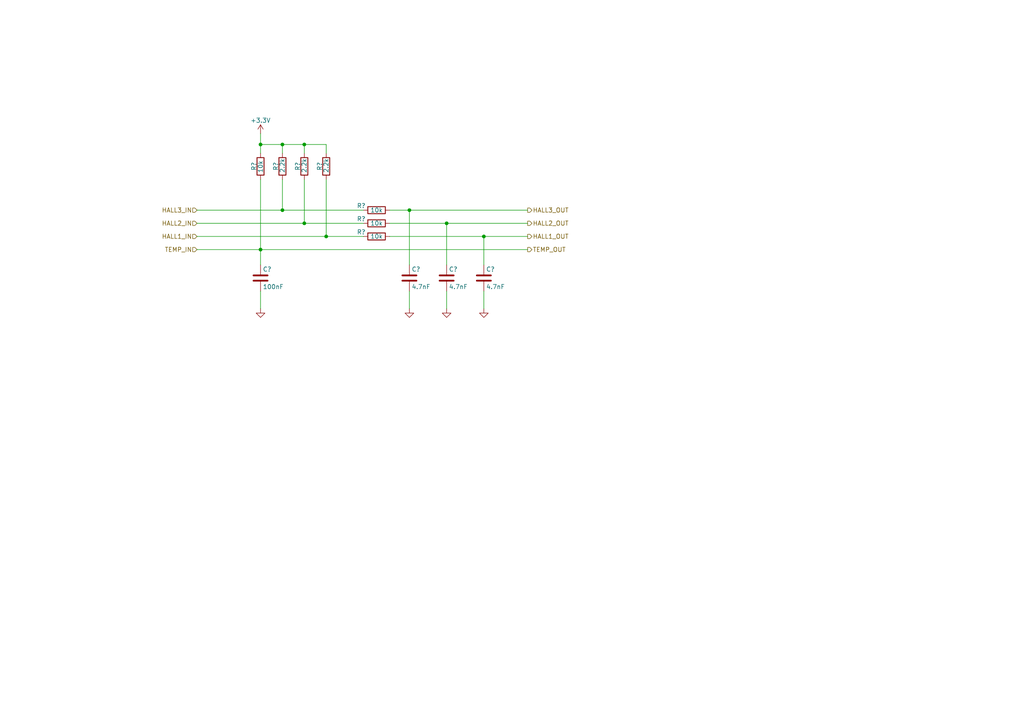
<source format=kicad_sch>
(kicad_sch (version 20211123) (generator eeschema)
  (paper "A4")
  (title_block (title "BLDC motor controller") (date "2022-12-11") (rev "1.0.0"))
  (lib_symbols
    (symbol "Device:C" (pin_numbers hide) (pin_names (offset 0.254))
      (property "Reference" "C" (at 0.635 2.54 0))
      (property "Value" "C" (at 0.635 -2.54 0))
      (symbol "C_0_1"
        (polyline (pts (xy -2.032 -0.762) (xy 2.032 -0.762)) (stroke (width 0.508)))
        (polyline (pts (xy -2.032 0.762) (xy 2.032 0.762)) (stroke (width 0.508)))
      )
      (symbol "C_1_1"
        (pin passive line (at 0 3.81 270) (length 2.794) (name "~") (number "1"))
        (pin passive line (at 0 -3.81 90) (length 2.794) (name "~") (number "2"))
      )
    )
    (symbol "Device:R" (pin_numbers hide) (pin_names (offset 0))
      (property "Reference" "R" (at 2.032 0 90))
      (property "Value" "R" (at 0 0 90))
      (symbol "R_0_1"
        (rectangle (start -1.016 -2.54) (end 1.016 2.54) (stroke (width 0.254)))
      )
      (symbol "R_1_1"
        (pin passive line (at 0 3.81 270) (length 1.27) (name "~") (number "1"))
        (pin passive line (at 0 -3.81 90) (length 1.27) (name "~") (number "2"))
      )
    )
    (symbol "power:+3.3V" (power) (pin_names (offset 0))
      (property "Value" "+3.3V" (at 0 3.556 0))
      (symbol "+3.3V_0_1"
        (polyline (pts (xy -0.762 1.27) (xy 0 2.54)))
        (polyline (pts (xy 0 0) (xy 0 2.54)))
        (polyline (pts (xy 0 2.54) (xy 0.762 1.27)))
      )
      (symbol "+3.3V_1_1"
        (pin power_in line (at 0 0 90) (length 0) hide (name "+3.3V") (number "1"))
      )
    )
    (symbol "power:GND" (power) (pin_names (offset 0))
      (property "Value" "GND" (at 0 -3.81 0))
      (symbol "GND_0_1"
        (polyline (pts (xy 0 0) (xy 0 -1.27) (xy 1.27 -1.27) (xy 0 -2.54) (xy -1.27 -1.27) (xy 0 -1.27)))
      )
      (symbol "GND_1_1"
        (pin power_in line (at 0 0 270) (length 0) hide (name "GND") (number "1"))
      )
    )
  )
  (junction (at 81.915 41.91))
  (junction (at 75.565 72.39))
  (junction (at 88.265 64.77))
  (junction (at 94.615 68.58))
  (junction (at 140.335 68.58))
  (junction (at 75.565 41.91))
  (junction (at 118.745 60.96))
  (junction (at 129.54 64.77))
  (junction (at 81.915 60.96))
  (junction (at 88.265 41.91))
  (wire (pts (xy 118.745 84.455) (xy 118.745 89.535)))
  (wire (pts (xy 75.565 41.91) (xy 75.565 44.45)))
  (wire (pts (xy 129.54 64.77) (xy 153.035 64.77)))
  (wire (pts (xy 57.15 72.39) (xy 75.565 72.39)))
  (wire (pts (xy 81.915 60.96) (xy 105.41 60.96)))
  (wire (pts (xy 129.54 84.455) (xy 129.54 89.535)))
  (wire (pts (xy 75.565 72.39) (xy 153.035 72.39)))
  (wire (pts (xy 113.03 64.77) (xy 129.54 64.77)))
  (wire (pts (xy 88.265 64.77) (xy 105.41 64.77)))
  (wire (pts (xy 140.335 68.58) (xy 140.335 76.835)))
  (wire (pts (xy 129.54 64.77) (xy 129.54 76.835)))
  (wire (pts (xy 81.915 41.91) (xy 75.565 41.91)))
  (wire (pts (xy 75.565 72.39) (xy 75.565 76.835)))
  (wire (pts (xy 81.915 60.96) (xy 81.915 52.07)))
  (wire (pts (xy 113.03 60.96) (xy 118.745 60.96)))
  (wire (pts (xy 140.335 68.58) (xy 153.035 68.58)))
  (wire (pts (xy 75.565 84.455) (xy 75.565 89.535)))
  (wire (pts (xy 94.615 68.58) (xy 105.41 68.58)))
  (wire (pts (xy 140.335 84.455) (xy 140.335 89.535)))
  (wire (pts (xy 88.265 64.77) (xy 88.265 52.07)))
  (wire (pts (xy 81.915 44.45) (xy 81.915 41.91)))
  (wire (pts (xy 94.615 41.91) (xy 88.265 41.91)))
  (wire (pts (xy 57.15 60.96) (xy 81.915 60.96)))
  (wire (pts (xy 94.615 44.45) (xy 94.615 41.91)))
  (wire (pts (xy 113.03 68.58) (xy 140.335 68.58)))
  (wire (pts (xy 57.15 68.58) (xy 94.615 68.58)))
  (wire (pts (xy 88.265 41.91) (xy 81.915 41.91)))
  (wire (pts (xy 75.565 72.39) (xy 75.565 52.07)))
  (wire (pts (xy 57.15 64.77) (xy 88.265 64.77)))
  (wire (pts (xy 88.265 44.45) (xy 88.265 41.91)))
  (wire (pts (xy 75.565 38.735) (xy 75.565 41.91)))
  (wire (pts (xy 118.745 60.96) (xy 153.035 60.96)))
  (wire (pts (xy 94.615 68.58) (xy 94.615 52.07)))
  (wire (pts (xy 118.745 60.96) (xy 118.745 76.835)))
  (hierarchical_label "TEMP_OUT" (shape output) (at 153.035 72.39 0))
  (hierarchical_label "TEMP_IN" (shape input) (at 57.15 72.39 180))
  (hierarchical_label "HALL1_IN" (shape input) (at 57.15 68.58 180))
  (hierarchical_label "HALL2_OUT" (shape output) (at 153.035 64.77 0))
  (hierarchical_label "HALL3_IN" (shape input) (at 57.15 60.96 180))
  (hierarchical_label "HALL3_OUT" (shape output) (at 153.035 60.96 0))
  (hierarchical_label "HALL2_IN" (shape input) (at 57.15 64.77 180))
  (hierarchical_label "HALL1_OUT" (shape output) (at 153.035 68.58 0))
  (symbol (lib_id "power:GND") (at 140.335 89.535 0) (unit 1)
    (property "Reference" "#GND" (effects hide))
    (property "Value" "GND" (effects hide))
  )
  (symbol (lib_id "Device:R") (at 88.265 48.26 0) (unit 1)
    (property "Reference" "R?" (at 86.36 49.53 90) (effects (justify left)))
    (property "Value" "2.2k" (at 88.265 50.165 90) (effects (justify left)))
  )
  (symbol (lib_id "Device:R") (at 94.615 48.26 0) (unit 1)
    (property "Reference" "R?" (at 92.71 49.53 90) (effects (justify left)))
    (property "Value" "2.2k" (at 94.615 50.165 90) (effects (justify left)))
  )
  (symbol (lib_id "power:+3.3V") (at 75.565 38.735 0) (unit 1)
    (property "Reference" "#PWR3.3" (effects hide))
    (property "Value" "+3.3V" (at 75.565 34.925 0))
  )
  (symbol (lib_id "Device:C") (at 129.54 80.645 0) (unit 1)
    (property "Reference" "C?" (at 130.175 78.105 0) (effects (justify left)))
    (property "Value" "4.7nF" (at 130.175 83.185 0) (effects (justify left)))
  )
  (symbol (lib_id "Device:R") (at 109.22 64.77 90) (unit 1)
    (property "Reference" "R?" (at 104.775 63.5 90))
    (property "Value" "10k" (at 109.22 64.77 90))
  )
  (symbol (lib_id "Device:R") (at 109.22 68.58 90) (unit 1)
    (property "Reference" "R?" (at 104.775 67.31 90))
    (property "Value" "10k" (at 109.22 68.58 90))
  )
  (symbol (lib_id "Device:R") (at 75.565 48.26 0) (unit 1)
    (property "Reference" "R?" (at 73.66 49.53 90) (effects (justify left)))
    (property "Value" "10k" (at 75.565 50.165 90) (effects (justify left)))
  )
  (symbol (lib_id "Device:R") (at 109.22 60.96 90) (unit 1)
    (property "Reference" "R?" (at 104.775 59.69 90))
    (property "Value" "10k" (at 109.22 60.96 90))
  )
  (symbol (lib_id "power:GND") (at 129.54 89.535 0) (unit 1)
    (property "Reference" "#GND" (effects hide))
    (property "Value" "GND" (effects hide))
  )
  (symbol (lib_id "Device:R") (at 81.915 48.26 0) (unit 1)
    (property "Reference" "R?" (at 80.01 49.53 90) (effects (justify left)))
    (property "Value" "2.2k" (at 81.915 50.165 90) (effects (justify left)))
  )
  (symbol (lib_id "Device:C") (at 140.335 80.645 0) (unit 1)
    (property "Reference" "C?" (at 140.97 78.105 0) (effects (justify left)))
    (property "Value" "4.7nF" (at 140.97 83.185 0) (effects (justify left)))
  )
  (symbol (lib_id "power:GND") (at 118.745 89.535 0) (unit 1)
    (property "Reference" "#GND" (effects hide))
    (property "Value" "GND" (effects hide))
  )
  (symbol (lib_id "Device:C") (at 75.565 80.645 0) (unit 1)
    (property "Reference" "C?" (at 76.2 78.105 0) (effects (justify left)))
    (property "Value" "100nF" (at 76.2 83.185 0) (effects (justify left)))
  )
  (symbol (lib_id "Device:C") (at 118.745 80.645 0) (unit 1)
    (property "Reference" "C?" (at 119.38 78.105 0) (effects (justify left)))
    (property "Value" "4.7nF" (at 119.38 83.185 0) (effects (justify left)))
  )
  (symbol (lib_id "power:GND") (at 75.565 89.535 0) (unit 1)
    (property "Reference" "#GND" (effects hide))
    (property "Value" "GND" (effects hide))
  )
)
</source>
